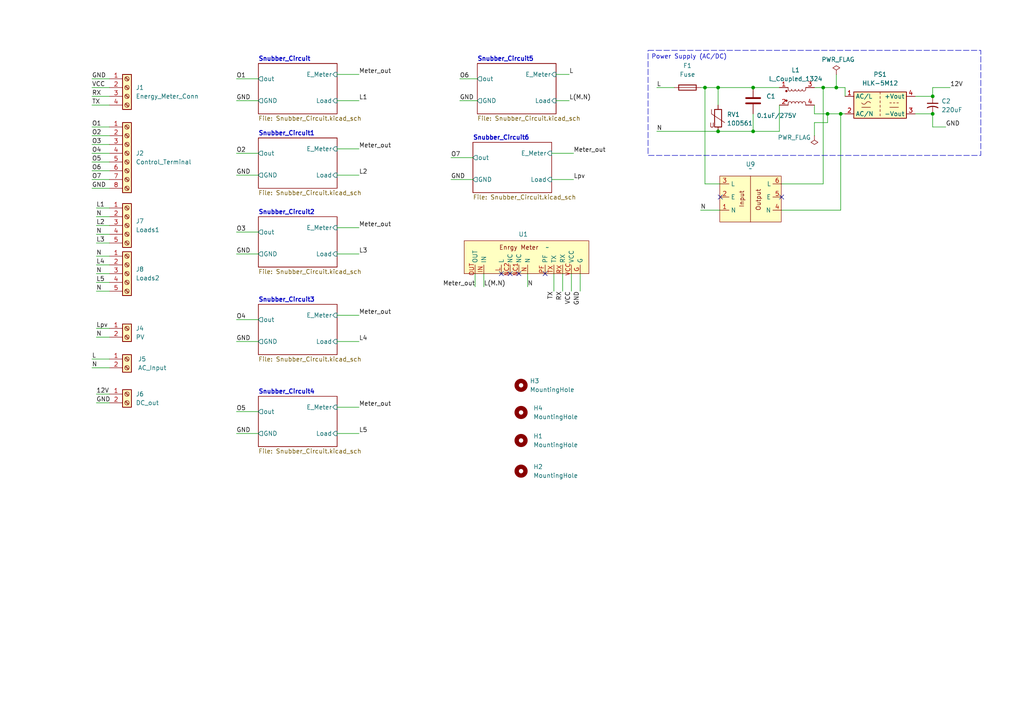
<source format=kicad_sch>
(kicad_sch (version 20250114) (generator "eeschema") (generator_version "9.0")
  (paper "A4")
  (lib_symbols
    (symbol "Connector:Screw_Terminal_01x02" (pin_names (offset 1.016) (hide yes))
      (property "Reference" "J" (at 0 2.54 0))
      (property "Value" "Screw_Terminal_01x02" (at 0 -5.08 0))
      (symbol "Screw_Terminal_01x02_1_1"
        (rectangle (start -1.27 1.27) (end 1.27 -3.81) (stroke (width 0.254)) (fill (type background)))
        (polyline (pts (xy -0.5334 0.3302) (xy 0.3302 -0.508)) (stroke (width 0.1524)))
        (polyline (pts (xy -0.5334 -2.2098) (xy 0.3302 -3.048)) (stroke (width 0.1524)))
        (polyline (pts (xy -0.3556 0.508) (xy 0.508 -0.3302)) (stroke (width 0.1524)))
        (polyline (pts (xy -0.3556 -2.032) (xy 0.508 -2.8702)) (stroke (width 0.1524)))
        (circle (center 0 0) (radius 0.635) (stroke (width 0.1524)))
        (circle (center 0 -2.54) (radius 0.635) (stroke (width 0.1524)))
        (pin passive line (at -5.08 0 0) (length 3.81) (name "Pin_1") (number "1"))
        (pin passive line (at -5.08 -2.54 0) (length 3.81) (name "Pin_2") (number "2"))
      )
    )
    (symbol "Connector:Screw_Terminal_01x04" (pin_names (offset 1.016) (hide yes))
      (property "Reference" "J" (at 0 5.08 0))
      (property "Value" "Screw_Terminal_01x04" (at 0 -7.62 0))
      (symbol "Screw_Terminal_01x04_1_1"
        (rectangle (start -1.27 3.81) (end 1.27 -6.35) (stroke (width 0.254)) (fill (type background)))
        (polyline (pts (xy -0.5334 2.8702) (xy 0.3302 2.032)) (stroke (width 0.1524)))
        (polyline (pts (xy -0.5334 0.3302) (xy 0.3302 -0.508)) (stroke (width 0.1524)))
        (polyline (pts (xy -0.5334 -2.2098) (xy 0.3302 -3.048)) (stroke (width 0.1524)))
        (polyline (pts (xy -0.5334 -4.7498) (xy 0.3302 -5.588)) (stroke (width 0.1524)))
        (polyline (pts (xy -0.3556 3.048) (xy 0.508 2.2098)) (stroke (width 0.1524)))
        (polyline (pts (xy -0.3556 0.508) (xy 0.508 -0.3302)) (stroke (width 0.1524)))
        (polyline (pts (xy -0.3556 -2.032) (xy 0.508 -2.8702)) (stroke (width 0.1524)))
        (polyline (pts (xy -0.3556 -4.572) (xy 0.508 -5.4102)) (stroke (width 0.1524)))
        (circle (center 0 2.54) (radius 0.635) (stroke (width 0.1524)))
        (circle (center 0 0) (radius 0.635) (stroke (width 0.1524)))
        (circle (center 0 -2.54) (radius 0.635) (stroke (width 0.1524)))
        (circle (center 0 -5.08) (radius 0.635) (stroke (width 0.1524)))
        (pin passive line (at -5.08 2.54 0) (length 3.81) (name "Pin_1") (number "1"))
        (pin passive line (at -5.08 0 0) (length 3.81) (name "Pin_2") (number "2"))
        (pin passive line (at -5.08 -2.54 0) (length 3.81) (name "Pin_3") (number "3"))
        (pin passive line (at -5.08 -5.08 0) (length 3.81) (name "Pin_4") (number "4"))
      )
    )
    (symbol "Connector:Screw_Terminal_01x05" (pin_names (offset 1.016) (hide yes))
      (property "Reference" "J" (at 0 7.62 0))
      (property "Value" "Screw_Terminal_01x05" (at 0 -7.62 0))
      (symbol "Screw_Terminal_01x05_1_1"
        (rectangle (start -1.27 6.35) (end 1.27 -6.35) (stroke (width 0.254)) (fill (type background)))
        (polyline (pts (xy -0.5334 5.4102) (xy 0.3302 4.572)) (stroke (width 0.1524)))
        (polyline (pts (xy -0.5334 2.8702) (xy 0.3302 2.032)) (stroke (width 0.1524)))
        (polyline (pts (xy -0.5334 0.3302) (xy 0.3302 -0.508)) (stroke (width 0.1524)))
        (polyline (pts (xy -0.5334 -2.2098) (xy 0.3302 -3.048)) (stroke (width 0.1524)))
        (polyline (pts (xy -0.5334 -4.7498) (xy 0.3302 -5.588)) (stroke (width 0.1524)))
        (polyline (pts (xy -0.3556 5.588) (xy 0.508 4.7498)) (stroke (width 0.1524)))
        (polyline (pts (xy -0.3556 3.048) (xy 0.508 2.2098)) (stroke (width 0.1524)))
        (polyline (pts (xy -0.3556 0.508) (xy 0.508 -0.3302)) (stroke (width 0.1524)))
        (polyline (pts (xy -0.3556 -2.032) (xy 0.508 -2.8702)) (stroke (width 0.1524)))
        (polyline (pts (xy -0.3556 -4.572) (xy 0.508 -5.4102)) (stroke (width 0.1524)))
        (circle (center 0 5.08) (radius 0.635) (stroke (width 0.1524)))
        (circle (center 0 2.54) (radius 0.635) (stroke (width 0.1524)))
        (circle (center 0 0) (radius 0.635) (stroke (width 0.1524)))
        (circle (center 0 -2.54) (radius 0.635) (stroke (width 0.1524)))
        (circle (center 0 -5.08) (radius 0.635) (stroke (width 0.1524)))
        (pin passive line (at -5.08 5.08 0) (length 3.81) (name "Pin_1") (number "1"))
        (pin passive line (at -5.08 2.54 0) (length 3.81) (name "Pin_2") (number "2"))
        (pin passive line (at -5.08 0 0) (length 3.81) (name "Pin_3") (number "3"))
        (pin passive line (at -5.08 -2.54 0) (length 3.81) (name "Pin_4") (number "4"))
        (pin passive line (at -5.08 -5.08 0) (length 3.81) (name "Pin_5") (number "5"))
      )
    )
    (symbol "Connector:Screw_Terminal_01x08" (pin_names (offset 1.016) (hide yes))
      (property "Reference" "J" (at 0 10.16 0))
      (property "Value" "Screw_Terminal_01x08" (at 0 -12.7 0))
      (symbol "Screw_Terminal_01x08_1_1"
        (rectangle (start -1.27 8.89) (end 1.27 -11.43) (stroke (width 0.254)) (fill (type background)))
        (polyline (pts (xy -0.5334 7.9502) (xy 0.3302 7.112)) (stroke (width 0.1524)))
        (polyline (pts (xy -0.5334 5.4102) (xy 0.3302 4.572)) (stroke (width 0.1524)))
        (polyline (pts (xy -0.5334 2.8702) (xy 0.3302 2.032)) (stroke (width 0.1524)))
        (polyline (pts (xy -0.5334 0.3302) (xy 0.3302 -0.508)) (stroke (width 0.1524)))
        (polyline (pts (xy -0.5334 -2.2098) (xy 0.3302 -3.048)) (stroke (width 0.1524)))
        (polyline (pts (xy -0.5334 -4.7498) (xy 0.3302 -5.588)) (stroke (width 0.1524)))
        (polyline (pts (xy -0.5334 -7.2898) (xy 0.3302 -8.128)) (stroke (width 0.1524)))
        (polyline (pts (xy -0.5334 -9.8298) (xy 0.3302 -10.668)) (stroke (width 0.1524)))
        (polyline (pts (xy -0.3556 8.128) (xy 0.508 7.2898)) (stroke (width 0.1524)))
        (polyline (pts (xy -0.3556 5.588) (xy 0.508 4.7498)) (stroke (width 0.1524)))
        (polyline (pts (xy -0.3556 3.048) (xy 0.508 2.2098)) (stroke (width 0.1524)))
        (polyline (pts (xy -0.3556 0.508) (xy 0.508 -0.3302)) (stroke (width 0.1524)))
        (polyline (pts (xy -0.3556 -2.032) (xy 0.508 -2.8702)) (stroke (width 0.1524)))
        (polyline (pts (xy -0.3556 -4.572) (xy 0.508 -5.4102)) (stroke (width 0.1524)))
        (polyline (pts (xy -0.3556 -7.112) (xy 0.508 -7.9502)) (stroke (width 0.1524)))
        (polyline (pts (xy -0.3556 -9.652) (xy 0.508 -10.4902)) (stroke (width 0.1524)))
        (circle (center 0 7.62) (radius 0.635) (stroke (width 0.1524)))
        (circle (center 0 5.08) (radius 0.635) (stroke (width 0.1524)))
        (circle (center 0 2.54) (radius 0.635) (stroke (width 0.1524)))
        (circle (center 0 0) (radius 0.635) (stroke (width 0.1524)))
        (circle (center 0 -2.54) (radius 0.635) (stroke (width 0.1524)))
        (circle (center 0 -5.08) (radius 0.635) (stroke (width 0.1524)))
        (circle (center 0 -7.62) (radius 0.635) (stroke (width 0.1524)))
        (circle (center 0 -10.16) (radius 0.635) (stroke (width 0.1524)))
        (pin passive line (at -5.08 7.62 0) (length 3.81) (name "Pin_1") (number "1"))
        (pin passive line (at -5.08 5.08 0) (length 3.81) (name "Pin_2") (number "2"))
        (pin passive line (at -5.08 2.54 0) (length 3.81) (name "Pin_3") (number "3"))
        (pin passive line (at -5.08 0 0) (length 3.81) (name "Pin_4") (number "4"))
        (pin passive line (at -5.08 -2.54 0) (length 3.81) (name "Pin_5") (number "5"))
        (pin passive line (at -5.08 -5.08 0) (length 3.81) (name "Pin_6") (number "6"))
        (pin passive line (at -5.08 -7.62 0) (length 3.81) (name "Pin_7") (number "7"))
        (pin passive line (at -5.08 -10.16 0) (length 3.81) (name "Pin_8") (number "8"))
      )
    )
    (symbol "Converter_ACDC:HLK-5M12"
      (property "Reference" "PS" (at 0 5.08 0))
      (property "Value" "HLK-5M12" (at 0 -5.08 0))
      (symbol "HLK-5M12_0_1"
        (rectangle (start -7.62 3.81) (end 7.62 -3.81) (stroke (width 0.254)) (fill (type background)))
        (polyline (pts (xy -5.334 -0.635) (xy -2.794 -0.635)))
        (arc (start -4.064 0.635) (mid -4.699 0.2495) (end -5.334 0.635))
        (arc (start -4.064 0.635) (mid -3.429 1.0072) (end -2.794 0.635))
        (polyline (pts (xy 0 3.81) (xy 0 3.175)))
        (polyline (pts (xy 0 2.54) (xy 0 1.905)))
        (polyline (pts (xy 0 1.27) (xy 0 0.635)))
        (polyline (pts (xy 0 0) (xy 0 -0.635)))
        (polyline (pts (xy 0 -1.27) (xy 0 -1.905)))
        (polyline (pts (xy 0 -2.54) (xy 0 -3.175)))
        (polyline (pts (xy 2.794 0.635) (xy 3.302 0.635)))
        (polyline (pts (xy 2.794 -0.635) (xy 5.334 -0.635)))
        (polyline (pts (xy 3.81 0.635) (xy 4.318 0.635)))
        (polyline (pts (xy 4.826 0.635) (xy 5.334 0.635)))
      )
      (symbol "HLK-5M12_1_1"
        (pin power_in line (at -10.16 2.54 0) (length 2.54) (name "AC/L") (number "1"))
        (pin power_in line (at -10.16 -2.54 0) (length 2.54) (name "AC/N") (number "2"))
        (pin power_out line (at 10.16 2.54 180) (length 2.54) (name "+Vout") (number "4"))
        (pin power_out line (at 10.16 -2.54 180) (length 2.54) (name "-Vout") (number "3"))
      )
    )
    (symbol "Device:C" (pin_numbers (hide yes)) (pin_names (offset 0.254))
      (property "Reference" "C" (at 0.635 2.54 0))
      (property "Value" "C" (at 0.635 -2.54 0))
      (symbol "C_0_1"
        (polyline (pts (xy -2.032 0.762) (xy 2.032 0.762)) (stroke (width 0.508)))
        (polyline (pts (xy -2.032 -0.762) (xy 2.032 -0.762)) (stroke (width 0.508)))
      )
      (symbol "C_1_1"
        (pin passive line (at 0 3.81 270) (length 2.794) (name "~") (number "1"))
        (pin passive line (at 0 -3.81 90) (length 2.794) (name "~") (number "2"))
      )
    )
    (symbol "Device:C_Small_US" (pin_numbers (hide yes)) (pin_names (offset 0.254) (hide yes))
      (property "Reference" "C" (at 0.254 1.778 0))
      (property "Value" "C_Small_US" (at 0.254 -2.032 0))
      (symbol "C_Small_US_0_1"
        (polyline (pts (xy -1.524 0.508) (xy 1.524 0.508)) (stroke (width 0.3048)))
        (arc (start -1.524 -0.762) (mid 0 -0.3734) (end 1.524 -0.762) (stroke (width 0.3048)))
      )
      (symbol "C_Small_US_1_1"
        (pin passive line (at 0 2.54 270) (length 2.032) (name "~") (number "1"))
        (pin passive line (at 0 -2.54 90) (length 2.032) (name "~") (number "2"))
      )
    )
    (symbol "Device:Fuse" (pin_numbers (hide yes)) (pin_names (offset 0))
      (property "Reference" "F" (at 2.032 0 90))
      (property "Value" "Fuse" (at -1.905 0 90))
      (symbol "Fuse_0_1"
        (rectangle (start -0.762 -2.54) (end 0.762 2.54) (stroke (width 0.254)))
        (polyline (pts (xy 0 2.54) (xy 0 -2.54)))
      )
      (symbol "Fuse_1_1"
        (pin passive line (at 0 3.81 270) (length 1.27) (name "~") (number "1"))
        (pin passive line (at 0 -3.81 90) (length 1.27) (name "~") (number "2"))
      )
    )
    (symbol "Device:L_Coupled_1324" (pin_names (offset 0.254) (hide yes))
      (property "Reference" "L" (at 0 4.445 0))
      (property "Value" "L_Coupled_1324" (at 0 -4.445 0))
      (symbol "L_Coupled_1324_0_1"
        (circle (center -3.048 1.524) (radius 0.254) (fill (type outline)))
        (circle (center -3.048 -1.27) (radius 0.254) (fill (type outline)))
        (polyline (pts (xy -2.54 2.032) (xy -2.54 2.54)))
        (polyline (pts (xy -2.54 -2.032) (xy -2.54 -2.54)))
        (arc (start -1.524 2.032) (mid -2.032 1.5262) (end -2.54 2.032))
        (arc (start -2.54 -2.032) (mid -2.032 -1.5262) (end -1.524 -2.032))
        (arc (start -0.508 2.032) (mid -1.016 1.5262) (end -1.524 2.032))
        (arc (start -1.524 -2.032) (mid -1.016 -1.5262) (end -0.508 -2.032))
        (arc (start 0.508 2.032) (mid 0 1.5262) (end -0.508 2.032))
        (arc (start -0.508 -2.032) (mid 0 -1.5262) (end 0.508 -2.032))
        (arc (start 1.524 2.032) (mid 1.016 1.5262) (end 0.508 2.032))
        (arc (start 0.508 -2.032) (mid 1.016 -1.5262) (end 1.524 -2.032))
        (arc (start 2.54 2.032) (mid 2.032 1.5262) (end 1.524 2.032))
        (arc (start 1.524 -2.032) (mid 2.032 -1.5262) (end 2.54 -2.032))
        (polyline (pts (xy 2.54 2.54) (xy 2.54 2.032)))
        (polyline (pts (xy 2.54 -2.032) (xy 2.54 -2.54)))
      )
      (symbol "L_Coupled_1324_1_1"
        (pin passive line (at -5.08 2.54 0) (length 2.54) (name "1") (number "1"))
        (pin passive line (at -5.08 -2.54 0) (length 2.54) (name "2") (number "2"))
        (pin passive line (at 5.08 2.54 180) (length 2.54) (name "3") (number "3"))
        (pin passive line (at 5.08 -2.54 180) (length 2.54) (name "4") (number "4"))
      )
    )
    (symbol "Device:Varistor" (pin_numbers (hide yes)) (pin_names (offset 0))
      (property "Reference" "RV" (at 3.175 0 90))
      (property "Value" "Varistor" (at -3.175 0 90))
      (symbol "Varistor_0_0"
        (text "U" (at -1.778 -2.032 0) (effects (font (size 1.27 1.27))))
      )
      (symbol "Varistor_0_1"
        (polyline (pts (xy -1.905 2.54) (xy -1.905 1.27) (xy 1.905 -1.27)))
        (rectangle (start -1.016 -2.54) (end 1.016 2.54) (stroke (width 0.254)))
      )
      (symbol "Varistor_1_1"
        (pin passive line (at 0 3.81 270) (length 1.27) (name "~") (number "1"))
        (pin passive line (at 0 -3.81 90) (length 1.27) (name "~") (number "2"))
      )
    )
    (symbol "Mechanical:MountingHole" (pin_names (offset 1.016)) (in_bom no)
      (property "Reference" "H" (at 0 5.08 0))
      (property "Value" "MountingHole" (at 0 3.175 0))
      (symbol "MountingHole_0_1"
        (circle (center 0 0) (radius 1.27) (stroke (width 1.27)))
      )
    )
    (symbol "power:PWR_FLAG" (power) (pin_numbers (hide yes)) (pin_names (offset 0) (hide yes))
      (property "Value" "PWR_FLAG" (at 0 3.81 0))
      (symbol "PWR_FLAG_0_0"
        (pin power_out line (at 0 0 90) (length 0) (name "~") (number "1"))
      )
      (symbol "PWR_FLAG_0_1"
        (polyline (pts (xy 0 0) (xy 0 1.27) (xy -1.016 1.905) (xy 0 2.54) (xy 1.016 1.905) (xy 0 1.27)))
      )
    )
    (symbol "smart_meter:AC_filter"
      (property "Reference" "U" (at 3.81 -4.572 0))
      (symbol "AC_filter_0_1"
        (polyline (pts (xy 3.683 -5.969) (xy 3.683 -19.304)))
      )
      (symbol "AC_filter_1_1"
        (rectangle (start -5.207 -19.304) (end 12.573 -5.969) (fill (type background)))
        (text "Input" (at 1.143 -12.573 900) (effects (font (size 1.27 1.27))))
        (text "Output" (at 5.969 -12.827 900) (effects (font (size 1.27 1.27))))
        (pin passive line (at -5.08 -8.255 0) (length 2.54) (name "L") (number "3"))
        (pin passive line (at -5.08 -12.065 0) (length 2.54) (name "E") (number "2"))
        (pin passive line (at -5.08 -15.875 0) (length 2.54) (name "N") (number "1"))
        (pin passive line (at 12.7 -8.255 180) (length 2.54) (name "L") (number "6"))
        (pin passive line (at 12.7 -12.065 180) (length 2.54) (name "E") (number "5"))
        (pin passive line (at 12.7 -15.875 180) (length 2.54) (name "N") (number "4"))
      )
    )
    (symbol "smart_meter:Energy_meter"
      (property "Reference" "U" (at 0 0 0))
      (symbol "Energy_meter_1_1"
        (rectangle (start -15.24 -3.175) (end 20.955 -12.7) (fill (type background)))
        (text "Enrgy Meter" (at 0.635 -5.08 0) (effects (font (size 1.27 1.27))))
        (pin passive line (at -12.065 -12.7 90) (length 2.54) (name "OUT") (number "OUT"))
        (pin passive line (at -9.525 -12.7 90) (length 2.54) (name "IN") (number "IN"))
        (pin passive line (at -4.445 -12.7 90) (length 2.54) (name "L") (number "L"))
        (pin passive line (at -1.905 -12.7 90) (length 2.54) (name "NC") (number "NC2"))
        (pin passive line (at 0.635 -12.7 90) (length 2.54) (name "NC") (number "NC1"))
        (pin passive line (at 3.175 -12.7 90) (length 2.54) (name "N") (number "N"))
        (pin passive line (at 8.255 -12.7 90) (length 2.54) (name "PF") (number "PF"))
        (pin passive line (at 10.795 -12.7 90) (length 2.54) (name "TX") (number "TX"))
        (pin passive line (at 13.335 -12.7 90) (length 2.54) (name "RX") (number "RX"))
        (pin passive line (at 15.875 -12.7 90) (length 2.54) (name "VCC") (number "VCC"))
        (pin passive line (at 18.415 -12.7 90) (length 2.54) (name "G") (number "G"))
      )
    )
  )
  (text_box "Power Supply (AC/DC)" (at 187.96 14.605 0) (size 96.52 30.48) (margins 0.9525 0.9525 0.9525 0.9525) (stroke (width 0) (type dash)) (effects (font (size 1.27 1.27)) (justify left top)))
  (junction (at 270.51 33.02))
  (junction (at 218.44 25.4))
  (junction (at 208.28 38.1))
  (junction (at 208.28 25.4))
  (junction (at 240.03 33.02))
  (junction (at 243.84 33.02))
  (junction (at 242.57 25.4))
  (junction (at 270.51 27.94))
  (junction (at 238.76 25.4))
  (junction (at 204.47 25.4))
  (junction (at 218.44 38.1))
  (no_connect (at 150.495 79.375))
  (no_connect (at 226.695 57.15))
  (no_connect (at 208.915 57.15))
  (no_connect (at 145.415 79.375))
  (no_connect (at 147.955 79.375))
  (no_connect (at 158.115 79.375))
  (wire (pts (xy 26.67 104.14) (xy 31.75 104.14)))
  (wire (pts (xy 68.58 99.06) (xy 74.93 99.06)))
  (wire (pts (xy 165.1 21.59) (xy 161.29 21.59)))
  (wire (pts (xy 27.94 79.375) (xy 31.75 79.375)))
  (wire (pts (xy 104.14 43.18) (xy 97.79 43.18)))
  (wire (pts (xy 203.2 25.4) (xy 204.47 25.4)))
  (wire (pts (xy 26.67 46.99) (xy 31.75 46.99)))
  (wire (pts (xy 26.67 54.61) (xy 31.75 54.61)))
  (wire (pts (xy 168.275 79.375) (xy 168.275 84.455)))
  (wire (pts (xy 104.14 118.11) (xy 97.79 118.11)))
  (wire (pts (xy 27.94 81.915) (xy 31.75 81.915)))
  (wire (pts (xy 26.67 41.91) (xy 31.75 41.91)))
  (wire (pts (xy 236.22 30.48) (xy 236.22 33.02)))
  (wire (pts (xy 27.94 114.3) (xy 31.75 114.3)))
  (wire (pts (xy 270.51 36.83) (xy 270.51 33.02)))
  (wire (pts (xy 68.58 125.73) (xy 74.93 125.73)))
  (wire (pts (xy 238.76 25.4) (xy 238.76 53.34)))
  (wire (pts (xy 68.58 119.38) (xy 74.93 119.38)))
  (wire (pts (xy 236.22 35.56) (xy 236.22 39.37)))
  (wire (pts (xy 27.94 116.84) (xy 31.75 116.84)))
  (wire (pts (xy 204.47 25.4) (xy 208.28 25.4)))
  (wire (pts (xy 104.14 125.73) (xy 97.79 125.73)))
  (wire (pts (xy 27.94 67.945) (xy 31.75 67.945)))
  (wire (pts (xy 27.94 60.325) (xy 31.75 60.325)))
  (wire (pts (xy 160.655 79.375) (xy 160.655 84.455)))
  (wire (pts (xy 26.67 22.86) (xy 31.75 22.86)))
  (wire (pts (xy 26.67 36.83) (xy 31.75 36.83)))
  (wire (pts (xy 208.28 30.48) (xy 208.28 25.4)))
  (wire (pts (xy 226.06 38.1) (xy 218.44 38.1)))
  (wire (pts (xy 240.03 35.56) (xy 240.03 33.02)))
  (wire (pts (xy 270.51 33.02) (xy 265.43 33.02)))
  (wire (pts (xy 218.44 25.4) (xy 226.06 25.4)))
  (wire (pts (xy 242.57 25.4) (xy 245.11 25.4)))
  (wire (pts (xy 27.94 95.25) (xy 31.75 95.25)))
  (wire (pts (xy 153.035 79.375) (xy 153.035 83.185)))
  (wire (pts (xy 27.94 76.835) (xy 31.75 76.835)))
  (wire (pts (xy 204.47 25.4) (xy 204.47 53.34)))
  (wire (pts (xy 242.57 21.59) (xy 242.57 25.4)))
  (wire (pts (xy 208.28 25.4) (xy 218.44 25.4)))
  (wire (pts (xy 104.14 73.66) (xy 97.79 73.66)))
  (wire (pts (xy 27.94 62.865) (xy 31.75 62.865)))
  (wire (pts (xy 27.94 84.455) (xy 31.75 84.455)))
  (wire (pts (xy 68.58 22.86) (xy 74.93 22.86)))
  (wire (pts (xy 68.58 73.66) (xy 74.93 73.66)))
  (wire (pts (xy 68.58 92.71) (xy 74.93 92.71)))
  (wire (pts (xy 163.195 79.375) (xy 163.195 84.455)))
  (wire (pts (xy 275.59 25.4) (xy 270.51 25.4)))
  (wire (pts (xy 133.35 29.21) (xy 138.43 29.21)))
  (wire (pts (xy 243.84 60.96) (xy 243.84 33.02)))
  (wire (pts (xy 165.735 79.375) (xy 165.735 84.455)))
  (wire (pts (xy 166.37 44.45) (xy 160.02 44.45)))
  (wire (pts (xy 27.94 65.405) (xy 31.75 65.405)))
  (wire (pts (xy 274.32 36.83) (xy 270.51 36.83)))
  (wire (pts (xy 190.5 38.1) (xy 208.28 38.1)))
  (wire (pts (xy 130.81 45.72) (xy 137.16 45.72)))
  (wire (pts (xy 68.58 29.21) (xy 74.93 29.21)))
  (wire (pts (xy 226.695 60.96) (xy 243.84 60.96)))
  (wire (pts (xy 104.14 99.06) (xy 97.79 99.06)))
  (wire (pts (xy 140.335 79.375) (xy 140.335 83.185)))
  (wire (pts (xy 26.67 30.48) (xy 31.75 30.48)))
  (wire (pts (xy 68.58 50.8) (xy 74.93 50.8)))
  (wire (pts (xy 26.67 25.4) (xy 31.75 25.4)))
  (wire (pts (xy 26.67 52.07) (xy 31.75 52.07)))
  (wire (pts (xy 26.67 106.68) (xy 31.75 106.68)))
  (wire (pts (xy 27.94 74.295) (xy 31.75 74.295)))
  (wire (pts (xy 26.67 27.94) (xy 31.75 27.94)))
  (wire (pts (xy 238.76 25.4) (xy 242.57 25.4)))
  (wire (pts (xy 270.51 27.94) (xy 265.43 27.94)))
  (wire (pts (xy 218.44 38.1) (xy 208.28 38.1)))
  (wire (pts (xy 204.47 53.34) (xy 208.915 53.34)))
  (wire (pts (xy 133.35 22.86) (xy 138.43 22.86)))
  (wire (pts (xy 104.14 91.44) (xy 97.79 91.44)))
  (wire (pts (xy 104.14 21.59) (xy 97.79 21.59)))
  (wire (pts (xy 240.03 35.56) (xy 236.22 35.56)))
  (wire (pts (xy 26.67 39.37) (xy 31.75 39.37)))
  (wire (pts (xy 236.22 25.4) (xy 238.76 25.4)))
  (wire (pts (xy 165.1 29.21) (xy 161.29 29.21)))
  (wire (pts (xy 137.795 83.185) (xy 137.795 79.375)))
  (wire (pts (xy 226.06 30.48) (xy 226.06 38.1)))
  (wire (pts (xy 218.44 33.02) (xy 218.44 38.1)))
  (wire (pts (xy 236.22 33.02) (xy 240.03 33.02)))
  (wire (pts (xy 240.03 33.02) (xy 243.84 33.02)))
  (wire (pts (xy 68.58 67.31) (xy 74.93 67.31)))
  (wire (pts (xy 27.94 70.485) (xy 31.75 70.485)))
  (wire (pts (xy 190.5 25.4) (xy 195.58 25.4)))
  (wire (pts (xy 245.11 25.4) (xy 245.11 27.94)))
  (wire (pts (xy 226.695 53.34) (xy 238.76 53.34)))
  (wire (pts (xy 203.2 60.96) (xy 208.915 60.96)))
  (wire (pts (xy 104.14 50.8) (xy 97.79 50.8)))
  (wire (pts (xy 130.81 52.07) (xy 137.16 52.07)))
  (wire (pts (xy 68.58 44.45) (xy 74.93 44.45)))
  (wire (pts (xy 26.67 49.53) (xy 31.75 49.53)))
  (wire (pts (xy 27.94 97.79) (xy 31.75 97.79)))
  (wire (pts (xy 270.51 25.4) (xy 270.51 27.94)))
  (wire (pts (xy 243.84 33.02) (xy 245.11 33.02)))
  (wire (pts (xy 166.37 52.07) (xy 160.02 52.07)))
  (wire (pts (xy 104.14 29.21) (xy 97.79 29.21)))
  (wire (pts (xy 26.67 44.45) (xy 31.75 44.45)))
  (wire (pts (xy 104.14 66.04) (xy 97.79 66.04)))
  (label "L" (at 26.67 104.14 0))
  (label "O2" (at 68.58 44.45 0))
  (label "L4" (at 104.14 99.06 0))
  (label "O7" (at 130.81 45.72 0))
  (label "GND" (at 274.32 36.83 0))
  (label "Meter_out" (at 104.14 21.59 0))
  (label "GND" (at 27.94 116.84 0))
  (label "N" (at 190.5 38.1 0))
  (label "O7" (at 26.67 52.07 0))
  (label "N" (at 27.94 97.79 0))
  (label "O1" (at 26.67 36.83 0))
  (label "L2" (at 104.14 50.8 0))
  (label "Lpv" (at 166.37 52.07 0))
  (label "L" (at 190.5 25.4 0))
  (label "Lpv" (at 27.94 95.25 0))
  (label "O2" (at 26.67 39.37 0))
  (label "N" (at 203.2 60.96 0))
  (label "L5" (at 104.14 125.73 0))
  (label "O3" (at 68.58 67.31 0))
  (label "GND" (at 68.58 73.66 0))
  (label "L" (at 165.1 21.59 0))
  (label "GND" (at 168.275 84.455 270))
  (label "O5" (at 26.67 46.99 0))
  (label "O4" (at 26.67 44.45 0))
  (label "N" (at 153.035 83.185 0))
  (label "O6" (at 133.35 22.86 0))
  (label "L(M.N)" (at 140.335 83.185 0))
  (label "GND" (at 26.67 22.86 0))
  (label "Meter_out" (at 166.37 44.45 0))
  (label "GND" (at 68.58 99.06 0))
  (label "Meter_out" (at 104.14 118.11 0))
  (label "TX" (at 26.67 30.48 0))
  (label "12V" (at 27.94 114.3 0))
  (label "L1" (at 27.94 60.325 0))
  (label "L5" (at 27.94 81.915 0))
  (label "O6" (at 26.67 49.53 0))
  (label "Meter_out" (at 137.795 83.185 180))
  (label "O5" (at 68.58 119.38 0))
  (label "GND" (at 68.58 125.73 0))
  (label "Meter_out" (at 104.14 43.18 0))
  (label "L4" (at 27.94 76.835 0))
  (label "VCC" (at 165.735 84.455 270))
  (label "N" (at 27.94 67.945 0))
  (label "L1" (at 104.14 29.21 0))
  (label "TX" (at 160.655 84.455 270))
  (label "L3" (at 27.94 70.485 0))
  (label "VCC" (at 26.67 25.4 0))
  (label "N" (at 27.94 62.865 0))
  (label "O1" (at 68.58 22.86 0))
  (label "O4" (at 68.58 92.71 0))
  (label "GND" (at 133.35 29.21 0))
  (label "GND" (at 26.67 54.61 0))
  (label "N" (at 27.94 74.295 0))
  (label "N" (at 26.67 106.68 0))
  (label "Meter_out" (at 104.14 91.44 0))
  (label "L(M.N)" (at 165.1 29.21 0))
  (label "Meter_out" (at 104.14 66.04 0))
  (label "L2" (at 27.94 65.405 0))
  (label "O3" (at 26.67 41.91 0))
  (label "GND" (at 68.58 29.21 0))
  (label "N" (at 27.94 84.455 0))
  (label "N" (at 27.94 79.375 0))
  (label "GND" (at 68.58 50.8 0))
  (label "GND" (at 130.81 52.07 0))
  (label "L3" (at 104.14 73.66 0))
  (label "RX" (at 26.67 27.94 0))
  (label "RX" (at 163.195 84.455 270))
  (label "12V" (at 275.59 25.4 0))
  (symbol (lib_id "Connector:Screw_Terminal_01x02") (at 36.83 104.14 0) (unit 1)
    (property "Reference" "J5" (at 40.005 104.14 0) (effects (justify left)))
    (property "Value" "AC_Input" (at 40.005 106.68 0) (effects (justify left)))
    (property "Footprint" "smart_meter:RPC2" (effects (hide yes)))
    (property "Description" "Generic screw terminal, single row, 01x02, script generated (kicad-library-utils/schlib/autogen/connector/)" (effects (hide yes)))
  )
  (symbol (lib_id "Device:Varistor") (at 208.28 34.29 0) (unit 1)
    (property "Reference" "RV1" (at 210.82 33.2132 0) (effects (justify left)))
    (property "Value" "10D561" (at 210.82 35.7532 0) (effects (justify left)))
    (property "Footprint" "Varistor:RV_Disc_D15.5mm_W7.5mm_P7.5mm" (effects (hide yes)))
    (property "Description" "Voltage dependent resistor" (effects (hide yes)))
    (property "Sim.Name" "kicad_builtin_varistor" (effects (hide yes)))
    (property "Sim.Device" "SUBCKT" (effects (hide yes)))
    (property "Sim.Pins" "1=A 2=B" (effects (hide yes)))
    (property "Sim.Params" "threshold=1k" (effects (hide yes)))
    (property "Sim.Library" "${KICAD9_SYMBOL_DIR}/Simulation_SPICE.sp" (effects (hide yes)))
  )
  (symbol (lib_id "Converter_ACDC:HLK-5M12") (at 255.27 30.48 0) (unit 1)
    (property "Reference" "PS1" (at 255.27 21.59 0))
    (property "Value" "HLK-5M12" (at 255.27 24.13 0))
    (property "Footprint" "Converter_ACDC:Converter_ACDC_Hi-Link_HLK-5Mxx" (effects (hide yes)))
    (property "Datasheet" "http://h.hlktech.com/download/ACDC%E7%94%B5%E6%BA%90%E6%A8%A1%E5%9D%975W%E7%B3%BB%E5%88%97/1/%E6%B5%B7%E5%87%8C%E7%A7%915W%E7%B3%BB%E5%88%97%E7%94%B5%E6%BA%90%E6%A8%A1%E5%9D%97%E8%A7%84%E6%A0%BC%E4%B9%A6V2.8.pdf" (effects (hide yes)))
    (property "Description" "Compact AC/DC board mount power module 5W, 12V 0.420A" (effects (hide yes)))
  )
  (symbol (lib_id "smart_meter:AC_filter") (at 213.995 45.085 0) (unit 1)
    (property "Reference" "U9" (at 217.678 47.625 0))
    (property "Value" "~" (at 217.678 48.895 0))
    (property "Footprint" "smart_meter:AC_filter" (effects (hide yes)))
  )
  (symbol (lib_id "Connector:Screw_Terminal_01x02") (at 36.83 114.3 0) (unit 1)
    (property "Reference" "J6" (at 39.37 114.2999 0) (effects (justify left)))
    (property "Value" "DC_out" (at 39.37 116.8399 0) (effects (justify left)))
    (property "Footprint" "smart_meter:RC2" (effects (hide yes)))
    (property "Description" "Generic screw terminal, single row, 01x02, script generated (kicad-library-utils/schlib/autogen/connector/)" (effects (hide yes)))
  )
  (symbol (lib_id "Mechanical:MountingHole") (at 151.13 111.76 0) (unit 1) (in_bom no)
    (property "Reference" "H3" (at 153.67 110.4899 0) (effects (justify left)))
    (property "Value" "MountingHole" (at 153.67 113.0299 0) (effects (justify left)))
    (property "Footprint" "MountingHole:MountingHole_3mm" (effects (hide yes)))
    (property "Description" "Mounting Hole without connection" (effects (hide yes)))
  )
  (symbol (lib_id "Connector:Screw_Terminal_01x04") (at 36.83 25.4 0) (unit 1)
    (property "Reference" "J1" (at 39.37 25.3999 0) (effects (justify left)))
    (property "Value" "Energy_Meter_Conn" (at 39.37 27.9399 0) (effects (justify left)))
    (property "Footprint" "smart_meter:RC4" (effects (hide yes)))
    (property "Description" "Generic screw terminal, single row, 01x04, script generated (kicad-library-utils/schlib/autogen/connector/)" (effects (hide yes)))
  )
  (symbol (lib_id "Device:C_Small_US") (at 270.51 30.48 0) (unit 1)
    (property "Reference" "C2" (at 273.05 29.3369 0) (effects (justify left)))
    (property "Value" "220uF" (at 273.05 31.8769 0) (effects (justify left)))
    (property "Footprint" "Capacitor_THT:C_Radial_D8.0mm_H11.5mm_P3.50mm" (effects (hide yes)))
    (property "Description" "capacitor, small US symbol" (effects (hide yes)))
  )
  (symbol (lib_id "Device:C") (at 218.44 29.21 0) (unit 1)
    (property "Reference" "C1" (at 222.25 27.9399 0) (effects (justify left)))
    (property "Value" "0.1uF/275V" (at 219.456 33.528 0) (effects (justify left)))
    (property "Footprint" "Capacitor_THT:C_Rect_L18.0mm_W5.0mm_P15.00mm_FKS3_FKP3" (effects (hide yes)))
    (property "Description" "Unpolarized capacitor" (effects (hide yes)))
  )
  (symbol (lib_id "power:PWR_FLAG") (at 236.22 39.37 180) (unit 1)
    (property "Reference" "#FLG01" (effects (hide yes)))
    (property "Value" "PWR_FLAG" (at 230.378 39.878 0))
    (property "Description" "Special symbol for telling ERC where power comes from" (effects (hide yes)))
  )
  (symbol (lib_id "Connector:Screw_Terminal_01x05") (at 36.83 65.405 0) (unit 1)
    (property "Reference" "J7" (at 39.37 64.1349 0) (effects (justify left)))
    (property "Value" "Loads1" (at 39.37 66.6749 0) (effects (justify left)))
    (property "Footprint" "smart_meter:RPC5" (effects (hide yes)))
    (property "Description" "Generic screw terminal, single row, 01x05, script generated (kicad-library-utils/schlib/autogen/connector/)" (effects (hide yes)))
  )
  (symbol (lib_id "Connector:Screw_Terminal_01x02") (at 36.83 95.25 0) (unit 1)
    (property "Reference" "J4" (at 39.37 95.2499 0) (effects (justify left)))
    (property "Value" "PV" (at 39.37 97.7899 0) (effects (justify left)))
    (property "Footprint" "smart_meter:RPC2" (effects (hide yes)))
    (property "Description" "Generic screw terminal, single row, 01x02, script generated (kicad-library-utils/schlib/autogen/connector/)" (effects (hide yes)))
  )
  (symbol (lib_id "Device:Fuse") (at 199.39 25.4 90) (unit 1)
    (property "Reference" "F1" (at 199.39 19.05 90))
    (property "Value" "Fuse" (at 199.39 21.59 90))
    (property "Footprint" "Fuse:Fuseholder_Cylinder-5x20mm_Schurter_0031_8201_Horizontal_Open" (effects (hide yes)))
    (property "Description" "Fuse" (effects (hide yes)))
  )
  (symbol (lib_id "Connector:Screw_Terminal_01x08") (at 36.83 44.45 0) (unit 1)
    (property "Reference" "J2" (at 39.37 44.4499 0) (effects (justify left)))
    (property "Value" "Control_Terminal" (at 39.37 46.9899 0) (effects (justify left)))
    (property "Footprint" "smart_meter:RC8" (effects (hide yes)))
    (property "Description" "Generic screw terminal, single row, 01x08, script generated (kicad-library-utils/schlib/autogen/connector/)" (effects (hide yes)))
  )
  (symbol (lib_id "Mechanical:MountingHole") (at 151.13 119.634 0) (unit 1) (in_bom no)
    (property "Reference" "H4" (at 154.686 118.3639 0) (effects (justify left)))
    (property "Value" "MountingHole" (at 154.686 120.9039 0) (effects (justify left)))
    (property "Footprint" "MountingHole:MountingHole_3mm" (effects (hide yes)))
    (property "Description" "Mounting Hole without connection" (effects (hide yes)))
  )
  (symbol (lib_id "power:PWR_FLAG") (at 242.57 21.59 0) (unit 1)
    (property "Reference" "#FLG02" (effects (hide yes)))
    (property "Value" "PWR_FLAG" (at 243.078 17.272 0))
    (property "Description" "Special symbol for telling ERC where power comes from" (effects (hide yes)))
  )
  (symbol (lib_id "smart_meter:Energy_meter") (at 149.86 66.675 0) (unit 1)
    (property "Reference" "U1" (at 151.765 67.945 0))
    (property "Value" "~" (at 158.75 71.755 0))
    (property "Footprint" "smart_meter:Energy_meter" (effects (hide yes)))
  )
  (symbol (lib_id "Device:L_Coupled_1324") (at 231.14 27.94 0) (unit 1)
    (property "Reference" "L1" (at 230.759 20.32 0))
    (property "Value" "L_Coupled_1324" (at 230.759 22.86 0))
    (property "Footprint" "Inductor_THT:L_CommonMode_Wuerth_WE-CMB-M" (effects (hide yes)))
    (property "Description" "Coupled inductor" (effects (hide yes)))
  )
  (symbol (lib_id "Mechanical:MountingHole") (at 151.13 136.652 0) (unit 1) (in_bom no)
    (property "Reference" "H2" (at 154.686 135.3819 0) (effects (justify left)))
    (property "Value" "MountingHole" (at 154.686 137.9219 0) (effects (justify left)))
    (property "Footprint" "MountingHole:MountingHole_3mm" (effects (hide yes)))
    (property "Description" "Mounting Hole without connection" (effects (hide yes)))
  )
  (symbol (lib_id "Mechanical:MountingHole") (at 151.13 127.762 0) (unit 1) (in_bom no)
    (property "Reference" "H1" (at 154.686 126.4919 0) (effects (justify left)))
    (property "Value" "MountingHole" (at 154.686 129.0319 0) (effects (justify left)))
    (property "Footprint" "MountingHole:MountingHole_3mm" (effects (hide yes)))
    (property "Description" "Mounting Hole without connection" (effects (hide yes)))
  )
  (symbol (lib_id "Connector:Screw_Terminal_01x05") (at 36.83 79.375 0) (unit 1)
    (property "Reference" "J8" (at 39.37 78.1049 0) (effects (justify left)))
    (property "Value" "Loads2" (at 39.37 80.6449 0) (effects (justify left)))
    (property "Footprint" "smart_meter:RPC5" (effects (hide yes)))
    (property "Description" "Generic screw terminal, single row, 01x05, script generated (kicad-library-utils/schlib/autogen/connector/)" (effects (hide yes)))
  )
  (sheet (at 74.93 62.865) (size 22.86 14.605) (stroke (width 0.1524))
    (property "Sheetname" "Snubber_Circuit2" (at 74.93 62.1534 0) (effects (font (thickness 0.254) (bold yes)) (justify left bottom)))
    (property "Sheetfile" "Snubber_Circuit.kicad_sch" (at 74.93 78.0546 0) (effects (justify left top)))
    (pin "E_Meter" input (at 97.79 66.04 0))
    (pin "GND" output (at 74.93 73.66 180))
    (pin "Load" input (at 97.79 73.66 0))
    (pin "out" output (at 74.93 67.31 180))
  )
  (sheet (at 138.43 18.415) (size 22.86 14.605) (stroke (width 0.1524))
    (property "Sheetname" "Snubber_Circuit5" (at 138.43 17.7034 0) (effects (font (thickness 0.254) (bold yes)) (justify left bottom)))
    (property "Sheetfile" "Snubber_Circuit.kicad_sch" (at 138.43 33.6046 0) (effects (justify left top)))
    (pin "E_Meter" input (at 161.29 21.59 0))
    (pin "GND" output (at 138.43 29.21 180))
    (pin "Load" input (at 161.29 29.21 0))
    (pin "out" output (at 138.43 22.86 180))
  )
  (sheet (at 74.93 88.265) (size 22.86 14.605) (stroke (width 0.1524))
    (property "Sheetname" "Snubber_Circuit3" (at 74.93 87.5534 0) (effects (font (thickness 0.254) (bold yes)) (justify left bottom)))
    (property "Sheetfile" "Snubber_Circuit.kicad_sch" (at 74.93 103.4546 0) (effects (justify left top)))
    (pin "E_Meter" input (at 97.79 91.44 0))
    (pin "GND" output (at 74.93 99.06 180))
    (pin "Load" input (at 97.79 99.06 0))
    (pin "out" output (at 74.93 92.71 180))
  )
  (sheet (at 137.16 41.275) (size 22.86 14.605) (stroke (width 0.1524))
    (property "Sheetname" "Snubber_Circuit6" (at 137.16 40.5634 0) (effects (font (thickness 0.254) (bold yes)) (justify left bottom)))
    (property "Sheetfile" "Snubber_Circuit.kicad_sch" (at 137.16 56.4646 0) (effects (justify left top)))
    (pin "E_Meter" input (at 160.02 44.45 0))
    (pin "GND" output (at 137.16 52.07 180))
    (pin "Load" input (at 160.02 52.07 0))
    (pin "out" output (at 137.16 45.72 180))
  )
  (sheet (at 74.93 114.935) (size 22.86 14.605) (stroke (width 0.1524))
    (property "Sheetname" "Snubber_Circuit4" (at 74.93 114.2234 0) (effects (font (thickness 0.254) (bold yes)) (justify left bottom)))
    (property "Sheetfile" "Snubber_Circuit.kicad_sch" (at 74.93 130.1246 0) (effects (justify left top)))
    (pin "E_Meter" input (at 97.79 118.11 0))
    (pin "GND" output (at 74.93 125.73 180))
    (pin "Load" input (at 97.79 125.73 0))
    (pin "out" output (at 74.93 119.38 180))
  )
  (sheet (at 74.93 40.005) (size 22.86 14.605) (stroke (width 0.1524))
    (property "Sheetname" "Snubber_Circuit1" (at 74.93 39.2934 0) (effects (font (thickness 0.254) (bold yes)) (justify left bottom)))
    (property "Sheetfile" "Snubber_Circuit.kicad_sch" (at 74.93 55.1946 0) (effects (justify left top)))
    (pin "E_Meter" input (at 97.79 43.18 0))
    (pin "GND" output (at 74.93 50.8 180))
    (pin "Load" input (at 97.79 50.8 0))
    (pin "out" output (at 74.93 44.45 180))
  )
  (sheet (at 74.93 18.415) (size 22.86 14.605) (stroke (width 0.1524))
    (property "Sheetname" "Snubber_Circuit" (at 74.93 17.7034 0) (effects (font (thickness 0.254) (bold yes)) (justify left bottom)))
    (property "Sheetfile" "Snubber_Circuit.kicad_sch" (at 74.93 33.6046 0) (effects (justify left top)))
    (pin "E_Meter" input (at 97.79 21.59 0))
    (pin "GND" output (at 74.93 29.21 180))
    (pin "Load" input (at 97.79 29.21 0))
    (pin "out" output (at 74.93 22.86 180))
  )
)
</source>
